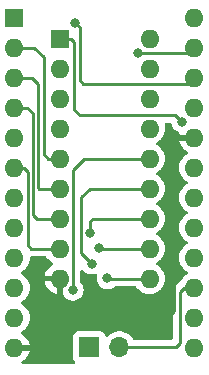
<source format=gbr>
%TF.GenerationSoftware,KiCad,Pcbnew,7.0.6*%
%TF.CreationDate,2023-09-03T23:35:14+01:00*%
%TF.ProjectId,TRSG3JPMod,54525347-334a-4504-9d6f-642e6b696361,rev?*%
%TF.SameCoordinates,Original*%
%TF.FileFunction,Copper,L2,Bot*%
%TF.FilePolarity,Positive*%
%FSLAX46Y46*%
G04 Gerber Fmt 4.6, Leading zero omitted, Abs format (unit mm)*
G04 Created by KiCad (PCBNEW 7.0.6) date 2023-09-03 23:35:14*
%MOMM*%
%LPD*%
G01*
G04 APERTURE LIST*
%TA.AperFunction,ComponentPad*%
%ADD10O,1.600000X1.600000*%
%TD*%
%TA.AperFunction,ComponentPad*%
%ADD11R,1.600000X1.600000*%
%TD*%
%TA.AperFunction,ComponentPad*%
%ADD12R,1.700000X1.700000*%
%TD*%
%TA.AperFunction,ComponentPad*%
%ADD13O,1.700000X1.700000*%
%TD*%
%TA.AperFunction,ViaPad*%
%ADD14C,0.800000*%
%TD*%
%TA.AperFunction,Conductor*%
%ADD15C,0.250000*%
%TD*%
%TA.AperFunction,Conductor*%
%ADD16C,0.381000*%
%TD*%
G04 APERTURE END LIST*
D10*
%TO.P,J1,18,Pin_18*%
%TO.N,+5V*%
X119420000Y-58485000D03*
%TO.P,J1,17,Pin_17*%
%TO.N,CSA*%
X119420000Y-61025000D03*
%TO.P,J1,16,Pin_16*%
%TO.N,/O4*%
X119420000Y-63565000D03*
%TO.P,J1,15,Pin_15*%
%TO.N,/O3*%
X119420000Y-66105000D03*
%TO.P,J1,14,Pin_14*%
%TO.N,/O2*%
X119420000Y-68645000D03*
%TO.P,J1,13,Pin_13*%
%TO.N,/O1*%
X119420000Y-71185000D03*
%TO.P,J1,12,Pin_12*%
%TO.N,/O0*%
X119420000Y-73725000D03*
%TO.P,J1,11,Pin_11*%
%TO.N,RS1*%
X119420000Y-76265000D03*
%TO.P,J1,10,Pin_10*%
%TO.N,RS2*%
X119420000Y-78805000D03*
%TO.P,J1,9,Pin_9*%
%TO.N,GND*%
X111800000Y-78805000D03*
%TO.P,J1,8,Pin_8*%
%TO.N,RS3*%
X111800000Y-76265000D03*
%TO.P,J1,7,Pin_7*%
%TO.N,/I0*%
X111800000Y-73725000D03*
%TO.P,J1,6,Pin_6*%
%TO.N,/I1*%
X111800000Y-71185000D03*
%TO.P,J1,5,Pin_5*%
%TO.N,/I2*%
X111800000Y-68645000D03*
%TO.P,J1,4,Pin_4*%
%TO.N,/I3*%
X111800000Y-66105000D03*
%TO.P,J1,3,Pin_3*%
%TO.N,/I4*%
X111800000Y-63565000D03*
%TO.P,J1,2,Pin_2*%
%TO.N,/I5*%
X111800000Y-61025000D03*
D11*
%TO.P,J1,1,Pin_1*%
%TO.N,/I6*%
X111800000Y-58485000D03*
%TD*%
D12*
%TO.P,J2,1,Pin_1*%
%TO.N,Z12p11*%
X114325000Y-84625000D03*
D13*
%TO.P,J2,2,Pin_2*%
%TO.N,Z10p14*%
X116865000Y-84625000D03*
%TD*%
D11*
%TO.P,U1,1,A7*%
%TO.N,/I3*%
X107975000Y-56725000D03*
D10*
%TO.P,U1,2,A6*%
%TO.N,/I2*%
X107975000Y-59265000D03*
%TO.P,U1,3,A5*%
%TO.N,/I1*%
X107975000Y-61805000D03*
%TO.P,U1,4,A4*%
%TO.N,/I0*%
X107975000Y-64345000D03*
%TO.P,U1,5,A3*%
%TO.N,Z12p11*%
X107975000Y-66885000D03*
%TO.P,U1,6,A2*%
%TO.N,RS3*%
X107975000Y-69425000D03*
%TO.P,U1,7,A1*%
%TO.N,RS2*%
X107975000Y-71965000D03*
%TO.P,U1,8,A0*%
%TO.N,RS1*%
X107975000Y-74505000D03*
%TO.P,U1,9,D0*%
%TO.N,/O0*%
X107975000Y-77045000D03*
%TO.P,U1,10,D1*%
%TO.N,/O1*%
X107975000Y-79585000D03*
%TO.P,U1,11,D2*%
%TO.N,/O2*%
X107975000Y-82125000D03*
%TO.P,U1,12,GND*%
%TO.N,GND*%
X107975000Y-84665000D03*
%TO.P,U1,13,D3*%
%TO.N,/O3*%
X123215000Y-84665000D03*
%TO.P,U1,14,D4*%
%TO.N,/O4*%
X123215000Y-82125000D03*
%TO.P,U1,15,D5*%
%TO.N,Z10p14*%
X123215000Y-79585000D03*
%TO.P,U1,16,D6*%
%TO.N,unconnected-(U1-D6-Pad16)*%
X123215000Y-77045000D03*
%TO.P,U1,17,D7*%
%TO.N,unconnected-(U1-D7-Pad17)*%
X123215000Y-74505000D03*
%TO.P,U1,18,A11*%
%TO.N,CSA*%
X123215000Y-71965000D03*
%TO.P,U1,19,A10*%
%TO.N,/I6*%
X123215000Y-69425000D03*
%TO.P,U1,20,~{OE}*%
%TO.N,GND*%
X123215000Y-66885000D03*
%TO.P,U1,21,VPP*%
%TO.N,+5V*%
X123215000Y-64345000D03*
%TO.P,U1,22,A9*%
%TO.N,/I5*%
X123215000Y-61805000D03*
%TO.P,U1,23,A8*%
%TO.N,/I4*%
X123215000Y-59265000D03*
%TO.P,U1,24,VCC*%
%TO.N,+5V*%
X123215000Y-56725000D03*
%TD*%
D14*
%TO.N,/I4*%
X118450000Y-59750000D03*
%TO.N,/I5*%
X113125000Y-57150000D03*
%TO.N,/I6*%
X122169500Y-65550000D03*
%TO.N,RS2*%
X115850000Y-78800000D03*
%TO.N,RS1*%
X115150000Y-76250000D03*
%TO.N,/O0*%
X114374000Y-74975000D03*
%TO.N,/O1*%
X114525000Y-77550000D03*
%TO.N,/O2*%
X112925000Y-79775000D03*
%TD*%
D15*
%TO.N,/O1*%
X114365000Y-71185000D02*
X119420000Y-71185000D01*
X113649500Y-71900500D02*
X114365000Y-71185000D01*
X114525000Y-77550000D02*
X113649500Y-76674500D01*
X113649500Y-76674500D02*
X113649500Y-71900500D01*
%TO.N,/I5*%
X122695000Y-62325000D02*
X123215000Y-61805000D01*
X113500000Y-57525000D02*
X113500000Y-62025000D01*
X113800000Y-62325000D02*
X122695000Y-62325000D01*
X113125000Y-57150000D02*
X113500000Y-57525000D01*
X113500000Y-62025000D02*
X113800000Y-62325000D01*
%TO.N,GND*%
X121490000Y-81535000D02*
X120725000Y-82300000D01*
X121490000Y-67235000D02*
X121490000Y-81535000D01*
X121840000Y-66885000D02*
X121490000Y-67235000D01*
X120725000Y-82300000D02*
X111800000Y-82300000D01*
X123215000Y-66885000D02*
X121840000Y-66885000D01*
D16*
X111800000Y-84425000D02*
X111800000Y-82300000D01*
X111800000Y-82300000D02*
X111800000Y-78805000D01*
D15*
%TO.N,/I4*%
X122600000Y-59750000D02*
X118450000Y-59750000D01*
X123085000Y-59265000D02*
X122600000Y-59750000D01*
X123215000Y-59265000D02*
X123085000Y-59265000D01*
%TO.N,/I6*%
X112760000Y-58485000D02*
X111800000Y-58485000D01*
X113530000Y-64980000D02*
X113050000Y-64500000D01*
X113050000Y-64500000D02*
X113050000Y-58775000D01*
X121599500Y-64980000D02*
X113530000Y-64980000D01*
X113050000Y-58775000D02*
X112760000Y-58485000D01*
X122169500Y-65550000D02*
X121599500Y-64980000D01*
%TO.N,Z10p14*%
X122000000Y-79950000D02*
X122000000Y-84275000D01*
X122365000Y-79585000D02*
X122000000Y-79950000D01*
X123215000Y-79585000D02*
X122365000Y-79585000D01*
X122000000Y-84275000D02*
X121650000Y-84625000D01*
X121650000Y-84625000D02*
X116865000Y-84625000D01*
%TO.N,/I2*%
X110820000Y-68645000D02*
X111800000Y-68645000D01*
X110450000Y-68275000D02*
X110820000Y-68645000D01*
X110450000Y-60075000D02*
X110450000Y-68275000D01*
X109640000Y-59265000D02*
X110450000Y-60075000D01*
X107975000Y-59265000D02*
X109640000Y-59265000D01*
%TO.N,/I1*%
X110000000Y-62350000D02*
X110000000Y-71100000D01*
X110000000Y-71100000D02*
X110085000Y-71185000D01*
X109455000Y-61805000D02*
X110000000Y-62350000D01*
X107975000Y-61805000D02*
X109455000Y-61805000D01*
X110085000Y-71185000D02*
X111800000Y-71185000D01*
%TO.N,/I0*%
X109550000Y-64825000D02*
X109070000Y-64345000D01*
X109875000Y-73725000D02*
X109550000Y-73400000D01*
X109550000Y-73400000D02*
X109550000Y-64825000D01*
X109070000Y-64345000D02*
X107975000Y-64345000D01*
X111800000Y-73725000D02*
X109875000Y-73725000D01*
%TO.N,RS3*%
X109365000Y-76265000D02*
X111800000Y-76265000D01*
X109100000Y-76000000D02*
X109365000Y-76265000D01*
X109100000Y-69775000D02*
X109100000Y-76000000D01*
X108750000Y-69425000D02*
X109100000Y-69775000D01*
X107975000Y-69425000D02*
X108750000Y-69425000D01*
%TO.N,RS2*%
X115855000Y-78805000D02*
X119420000Y-78805000D01*
X115850000Y-78800000D02*
X115855000Y-78805000D01*
%TO.N,RS1*%
X115165000Y-76265000D02*
X119420000Y-76265000D01*
X115150000Y-76250000D02*
X115165000Y-76265000D01*
%TO.N,/O0*%
X114374000Y-73951000D02*
X114600000Y-73725000D01*
X114600000Y-73725000D02*
X119420000Y-73725000D01*
X114374000Y-74975000D02*
X114374000Y-73951000D01*
%TO.N,/O2*%
X112925000Y-69600000D02*
X113880000Y-68645000D01*
X112925000Y-79775000D02*
X112925000Y-69600000D01*
X113880000Y-68645000D02*
X119420000Y-68645000D01*
D16*
%TO.N,GND*%
X111560000Y-84665000D02*
X111800000Y-84425000D01*
X107975000Y-84665000D02*
X111560000Y-84665000D01*
%TD*%
%TA.AperFunction,Conductor*%
%TO.N,GND*%
G36*
X121218059Y-65633185D02*
G01*
X121263814Y-65685989D01*
X121274339Y-65724533D01*
X121275958Y-65739928D01*
X121275959Y-65739931D01*
X121334970Y-65921549D01*
X121334973Y-65921556D01*
X121430460Y-66086944D01*
X121558247Y-66228866D01*
X121712748Y-66341118D01*
X121885921Y-66418219D01*
X121939159Y-66463470D01*
X121959480Y-66530319D01*
X121955261Y-66563591D01*
X121936127Y-66634999D01*
X121936128Y-66635000D01*
X122899314Y-66635000D01*
X122887359Y-66646955D01*
X122829835Y-66759852D01*
X122810014Y-66885000D01*
X122829835Y-67010148D01*
X122887359Y-67123045D01*
X122899314Y-67135000D01*
X121936128Y-67135000D01*
X121988730Y-67331317D01*
X121988734Y-67331326D01*
X122084865Y-67537482D01*
X122215342Y-67723820D01*
X122376179Y-67884657D01*
X122562517Y-68015133D01*
X122611399Y-68037927D01*
X122663839Y-68084099D01*
X122682992Y-68151292D01*
X122662777Y-68218174D01*
X122611402Y-68262691D01*
X122558256Y-68287474D01*
X122558252Y-68287476D01*
X122517946Y-68315699D01*
X122370700Y-68418802D01*
X122370698Y-68418803D01*
X122370695Y-68418806D01*
X122208806Y-68580695D01*
X122077476Y-68768252D01*
X122077475Y-68768254D01*
X121980718Y-68975750D01*
X121980714Y-68975761D01*
X121921457Y-69196910D01*
X121921456Y-69196918D01*
X121901502Y-69424998D01*
X121901502Y-69425001D01*
X121921456Y-69653081D01*
X121921457Y-69653089D01*
X121980714Y-69874238D01*
X121980718Y-69874249D01*
X122052125Y-70027382D01*
X122077477Y-70081749D01*
X122208802Y-70269300D01*
X122370700Y-70431198D01*
X122509310Y-70528254D01*
X122558251Y-70562523D01*
X122601345Y-70582618D01*
X122653784Y-70628791D01*
X122672936Y-70695984D01*
X122652720Y-70762865D01*
X122601345Y-70807382D01*
X122558251Y-70827476D01*
X122436949Y-70912414D01*
X122370700Y-70958802D01*
X122370698Y-70958803D01*
X122370695Y-70958806D01*
X122208806Y-71120695D01*
X122077476Y-71308252D01*
X122077475Y-71308254D01*
X121980718Y-71515750D01*
X121980714Y-71515761D01*
X121921457Y-71736910D01*
X121921456Y-71736918D01*
X121901502Y-71964998D01*
X121901502Y-71965001D01*
X121921456Y-72193081D01*
X121921457Y-72193089D01*
X121980714Y-72414238D01*
X121980718Y-72414249D01*
X122052125Y-72567382D01*
X122077477Y-72621749D01*
X122208802Y-72809300D01*
X122370700Y-72971198D01*
X122509310Y-73068254D01*
X122558251Y-73102523D01*
X122601345Y-73122618D01*
X122653784Y-73168791D01*
X122672936Y-73235984D01*
X122652720Y-73302865D01*
X122601345Y-73347382D01*
X122558251Y-73367476D01*
X122433126Y-73455090D01*
X122370700Y-73498802D01*
X122370698Y-73498803D01*
X122370695Y-73498806D01*
X122208806Y-73660695D01*
X122077476Y-73848252D01*
X122077475Y-73848254D01*
X121980718Y-74055750D01*
X121980714Y-74055761D01*
X121921457Y-74276910D01*
X121921456Y-74276918D01*
X121901502Y-74504998D01*
X121901502Y-74505001D01*
X121921456Y-74733081D01*
X121921457Y-74733089D01*
X121980714Y-74954238D01*
X121980718Y-74954249D01*
X122052125Y-75107382D01*
X122077477Y-75161749D01*
X122208802Y-75349300D01*
X122370700Y-75511198D01*
X122509310Y-75608254D01*
X122558251Y-75642523D01*
X122601345Y-75662618D01*
X122653784Y-75708791D01*
X122672936Y-75775984D01*
X122652720Y-75842865D01*
X122601345Y-75887382D01*
X122558251Y-75907476D01*
X122433126Y-75995090D01*
X122370700Y-76038802D01*
X122370698Y-76038803D01*
X122370695Y-76038806D01*
X122208806Y-76200695D01*
X122077476Y-76388252D01*
X122077475Y-76388254D01*
X121980718Y-76595750D01*
X121980714Y-76595761D01*
X121921457Y-76816910D01*
X121921456Y-76816918D01*
X121901502Y-77044998D01*
X121901502Y-77045001D01*
X121921456Y-77273081D01*
X121921457Y-77273089D01*
X121980714Y-77494238D01*
X121980718Y-77494249D01*
X122033553Y-77607554D01*
X122077477Y-77701749D01*
X122208802Y-77889300D01*
X122370700Y-78051198D01*
X122519664Y-78155504D01*
X122558251Y-78182523D01*
X122601345Y-78202618D01*
X122653784Y-78248791D01*
X122672936Y-78315984D01*
X122652720Y-78382865D01*
X122601345Y-78427382D01*
X122558251Y-78447476D01*
X122463239Y-78514005D01*
X122370700Y-78578802D01*
X122370698Y-78578803D01*
X122370695Y-78578806D01*
X122208806Y-78740695D01*
X122077475Y-78928253D01*
X122035237Y-79018833D01*
X121989064Y-79071272D01*
X121985981Y-79073157D01*
X121973638Y-79080456D01*
X121959202Y-79094893D01*
X121944410Y-79107527D01*
X121927892Y-79119527D01*
X121897782Y-79155923D01*
X121893850Y-79160244D01*
X121611180Y-79442913D01*
X121598821Y-79452816D01*
X121598994Y-79453025D01*
X121592985Y-79457996D01*
X121545015Y-79509079D01*
X121523872Y-79530222D01*
X121523857Y-79530239D01*
X121519531Y-79535814D01*
X121515747Y-79540244D01*
X121483419Y-79574671D01*
X121483412Y-79574681D01*
X121473579Y-79592567D01*
X121462903Y-79608820D01*
X121450386Y-79624957D01*
X121450385Y-79624959D01*
X121431625Y-79668310D01*
X121429055Y-79673556D01*
X121406303Y-79714941D01*
X121406303Y-79714942D01*
X121401225Y-79734720D01*
X121394925Y-79753122D01*
X121386818Y-79771857D01*
X121379431Y-79818495D01*
X121378246Y-79824216D01*
X121366500Y-79869965D01*
X121366500Y-79890384D01*
X121364973Y-79909783D01*
X121361780Y-79929941D01*
X121361779Y-79929944D01*
X121366224Y-79976968D01*
X121366499Y-79982804D01*
X121366500Y-83867500D01*
X121346815Y-83934539D01*
X121294011Y-83980294D01*
X121242500Y-83991500D01*
X118140956Y-83991500D01*
X118073917Y-83971815D01*
X118037148Y-83935322D01*
X117940723Y-83787734D01*
X117940715Y-83787723D01*
X117788243Y-83622097D01*
X117788238Y-83622092D01*
X117640860Y-83507382D01*
X117610576Y-83483811D01*
X117610575Y-83483810D01*
X117610572Y-83483808D01*
X117412580Y-83376661D01*
X117412577Y-83376659D01*
X117412574Y-83376658D01*
X117412571Y-83376657D01*
X117412569Y-83376656D01*
X117199637Y-83303556D01*
X116977569Y-83266500D01*
X116752431Y-83266500D01*
X116530362Y-83303556D01*
X116317430Y-83376656D01*
X116317419Y-83376661D01*
X116119427Y-83483808D01*
X116119422Y-83483812D01*
X115941761Y-83622092D01*
X115878548Y-83690760D01*
X115818661Y-83726750D01*
X115748823Y-83724649D01*
X115691207Y-83685124D01*
X115671138Y-83650110D01*
X115625889Y-83528796D01*
X115613369Y-83512071D01*
X115538261Y-83411739D01*
X115421204Y-83324111D01*
X115421204Y-83324110D01*
X115284203Y-83273011D01*
X115223654Y-83266500D01*
X115223638Y-83266500D01*
X113426362Y-83266500D01*
X113426345Y-83266500D01*
X113365797Y-83273011D01*
X113365795Y-83273011D01*
X113228795Y-83324111D01*
X113111739Y-83411739D01*
X113024111Y-83528795D01*
X112973011Y-83665795D01*
X112973011Y-83665797D01*
X112966500Y-83726345D01*
X112966499Y-83726362D01*
X112966499Y-85523637D01*
X112966500Y-85523654D01*
X112973011Y-85584202D01*
X112973011Y-85584204D01*
X113006430Y-85673801D01*
X113024111Y-85721204D01*
X113102704Y-85826191D01*
X113127120Y-85891653D01*
X113112269Y-85959926D01*
X113062864Y-86009332D01*
X113003436Y-86024500D01*
X108692984Y-86024500D01*
X108625945Y-86004815D01*
X108580190Y-85952011D01*
X108570246Y-85882853D01*
X108599271Y-85819297D01*
X108623680Y-85799141D01*
X108623048Y-85798239D01*
X108813820Y-85664657D01*
X108974657Y-85503820D01*
X109105134Y-85317482D01*
X109201265Y-85111326D01*
X109201269Y-85111317D01*
X109253872Y-84915000D01*
X108290686Y-84915000D01*
X108302641Y-84903045D01*
X108360165Y-84790148D01*
X108379986Y-84665000D01*
X108360165Y-84539852D01*
X108302641Y-84426955D01*
X108290686Y-84415000D01*
X109253872Y-84415000D01*
X109253872Y-84414999D01*
X109201269Y-84218682D01*
X109201265Y-84218673D01*
X109105134Y-84012517D01*
X108974657Y-83826179D01*
X108813820Y-83665342D01*
X108627481Y-83534865D01*
X108627479Y-83534864D01*
X108578599Y-83512071D01*
X108526159Y-83465899D01*
X108507007Y-83398706D01*
X108527223Y-83331824D01*
X108578599Y-83287307D01*
X108631749Y-83262523D01*
X108819300Y-83131198D01*
X108981198Y-82969300D01*
X109112523Y-82781749D01*
X109209284Y-82574243D01*
X109268543Y-82353087D01*
X109288498Y-82125000D01*
X109268543Y-81896913D01*
X109209284Y-81675757D01*
X109112523Y-81468251D01*
X108981198Y-81280700D01*
X108819300Y-81118802D01*
X108631749Y-80987477D01*
X108588655Y-80967382D01*
X108536215Y-80921210D01*
X108517063Y-80854017D01*
X108537278Y-80787136D01*
X108588655Y-80742618D01*
X108591882Y-80741112D01*
X108631749Y-80722523D01*
X108819300Y-80591198D01*
X108981198Y-80429300D01*
X109112523Y-80241749D01*
X109209284Y-80034243D01*
X109268543Y-79813087D01*
X109288498Y-79585000D01*
X109268543Y-79356913D01*
X109209284Y-79135757D01*
X109201716Y-79119528D01*
X109161409Y-79033089D01*
X109112523Y-78928251D01*
X108981198Y-78740700D01*
X108819300Y-78578802D01*
X108631749Y-78447477D01*
X108588655Y-78427382D01*
X108536215Y-78381210D01*
X108517063Y-78314017D01*
X108537278Y-78247136D01*
X108588655Y-78202618D01*
X108591882Y-78201112D01*
X108631749Y-78182523D01*
X108819300Y-78051198D01*
X108981198Y-77889300D01*
X109112523Y-77701749D01*
X109209284Y-77494243D01*
X109268543Y-77273087D01*
X109288498Y-77045000D01*
X109287475Y-77033308D01*
X109301241Y-76964808D01*
X109349856Y-76914625D01*
X109411003Y-76898500D01*
X110581648Y-76898500D01*
X110648687Y-76918185D01*
X110683220Y-76951373D01*
X110793802Y-77109300D01*
X110955700Y-77271198D01*
X111143251Y-77402523D01*
X111196401Y-77427307D01*
X111248840Y-77473479D01*
X111267992Y-77540673D01*
X111247776Y-77607554D01*
X111196401Y-77652071D01*
X111147517Y-77674865D01*
X110961179Y-77805342D01*
X110800342Y-77966179D01*
X110669865Y-78152517D01*
X110573734Y-78358673D01*
X110573730Y-78358682D01*
X110521127Y-78554999D01*
X110521128Y-78555000D01*
X111484314Y-78555000D01*
X111472359Y-78566955D01*
X111414835Y-78679852D01*
X111395014Y-78805000D01*
X111414835Y-78930148D01*
X111472359Y-79043045D01*
X111484314Y-79055000D01*
X110521128Y-79055000D01*
X110573730Y-79251317D01*
X110573734Y-79251326D01*
X110669865Y-79457482D01*
X110800342Y-79643820D01*
X110961179Y-79804657D01*
X111147517Y-79935134D01*
X111353673Y-80031265D01*
X111353682Y-80031269D01*
X111549999Y-80083872D01*
X111550000Y-80083871D01*
X111549999Y-79120685D01*
X111561955Y-79132641D01*
X111674852Y-79190165D01*
X111768519Y-79205000D01*
X111831481Y-79205000D01*
X111925148Y-79190165D01*
X112038045Y-79132641D01*
X112050000Y-79120686D01*
X112050000Y-79508366D01*
X112043931Y-79546684D01*
X112034838Y-79574671D01*
X112031458Y-79585072D01*
X112011827Y-79771855D01*
X112011496Y-79775000D01*
X112028326Y-79935134D01*
X112031458Y-79964928D01*
X112043931Y-80003317D01*
X112050000Y-80041633D01*
X112050000Y-80086139D01*
X112087438Y-80137409D01*
X112088678Y-80141034D01*
X112090470Y-80146549D01*
X112090473Y-80146556D01*
X112185960Y-80311944D01*
X112313747Y-80453866D01*
X112468248Y-80566118D01*
X112642712Y-80643794D01*
X112829513Y-80683500D01*
X113020487Y-80683500D01*
X113207288Y-80643794D01*
X113381752Y-80566118D01*
X113536253Y-80453866D01*
X113664040Y-80311944D01*
X113759527Y-80146556D01*
X113818542Y-79964928D01*
X113838504Y-79775000D01*
X113818542Y-79585072D01*
X113759527Y-79403444D01*
X113664040Y-79238056D01*
X113590348Y-79156213D01*
X113560119Y-79093223D01*
X113558499Y-79073242D01*
X113558499Y-78314017D01*
X113558499Y-78155501D01*
X113578184Y-78088465D01*
X113630988Y-78042710D01*
X113700146Y-78032766D01*
X113763702Y-78061791D01*
X113782814Y-78082615D01*
X113785956Y-78086940D01*
X113890113Y-78202618D01*
X113913747Y-78228866D01*
X114068248Y-78341118D01*
X114242712Y-78418794D01*
X114429513Y-78458500D01*
X114620487Y-78458500D01*
X114807284Y-78418795D01*
X114807285Y-78418794D01*
X114807288Y-78418794D01*
X114807290Y-78418792D01*
X114812087Y-78417234D01*
X114881928Y-78415232D01*
X114941764Y-78451307D01*
X114972598Y-78514005D01*
X114968348Y-78573477D01*
X114963515Y-78588353D01*
X114956458Y-78610072D01*
X114936496Y-78800000D01*
X114956458Y-78989928D01*
X114956459Y-78989931D01*
X115015470Y-79171549D01*
X115015473Y-79171556D01*
X115110960Y-79336944D01*
X115202401Y-79438500D01*
X115215291Y-79452816D01*
X115238747Y-79478866D01*
X115393248Y-79591118D01*
X115567712Y-79668794D01*
X115754513Y-79708500D01*
X115945487Y-79708500D01*
X116132288Y-79668794D01*
X116306752Y-79591118D01*
X116461253Y-79478866D01*
X116461256Y-79478863D01*
X116466082Y-79474518D01*
X116467047Y-79475589D01*
X116520146Y-79442879D01*
X116552807Y-79438500D01*
X118201648Y-79438500D01*
X118268687Y-79458185D01*
X118303220Y-79491373D01*
X118413802Y-79649300D01*
X118575700Y-79811198D01*
X118763251Y-79942523D01*
X118888091Y-80000736D01*
X118970750Y-80039281D01*
X118970752Y-80039281D01*
X118970757Y-80039284D01*
X119191913Y-80098543D01*
X119354832Y-80112796D01*
X119419998Y-80118498D01*
X119420000Y-80118498D01*
X119420002Y-80118498D01*
X119477021Y-80113509D01*
X119648087Y-80098543D01*
X119869243Y-80039284D01*
X120076749Y-79942523D01*
X120264300Y-79811198D01*
X120426198Y-79649300D01*
X120557523Y-79461749D01*
X120654284Y-79254243D01*
X120713543Y-79033087D01*
X120733498Y-78805000D01*
X120713543Y-78576913D01*
X120654284Y-78355757D01*
X120651933Y-78350716D01*
X120604405Y-78248791D01*
X120557523Y-78148251D01*
X120426198Y-77960700D01*
X120264300Y-77798802D01*
X120076749Y-77667477D01*
X120033655Y-77647382D01*
X119981215Y-77601210D01*
X119962063Y-77534017D01*
X119982278Y-77467136D01*
X120033655Y-77422618D01*
X120036882Y-77421112D01*
X120076749Y-77402523D01*
X120264300Y-77271198D01*
X120426198Y-77109300D01*
X120557523Y-76921749D01*
X120654284Y-76714243D01*
X120713543Y-76493087D01*
X120733498Y-76265000D01*
X120713543Y-76036913D01*
X120654284Y-75815757D01*
X120651933Y-75810716D01*
X120604405Y-75708791D01*
X120557523Y-75608251D01*
X120426198Y-75420700D01*
X120264300Y-75258802D01*
X120076749Y-75127477D01*
X120033655Y-75107382D01*
X119981215Y-75061210D01*
X119962063Y-74994017D01*
X119982278Y-74927136D01*
X120033655Y-74882618D01*
X120036882Y-74881112D01*
X120076749Y-74862523D01*
X120264300Y-74731198D01*
X120426198Y-74569300D01*
X120557523Y-74381749D01*
X120654284Y-74174243D01*
X120713543Y-73953087D01*
X120733498Y-73725000D01*
X120713543Y-73496913D01*
X120654284Y-73275757D01*
X120651933Y-73270716D01*
X120604405Y-73168791D01*
X120557523Y-73068251D01*
X120426198Y-72880700D01*
X120264300Y-72718802D01*
X120076749Y-72587477D01*
X120033655Y-72567382D01*
X119981215Y-72521210D01*
X119962063Y-72454017D01*
X119982278Y-72387136D01*
X120033655Y-72342618D01*
X120036882Y-72341112D01*
X120076749Y-72322523D01*
X120264300Y-72191198D01*
X120426198Y-72029300D01*
X120557523Y-71841749D01*
X120654284Y-71634243D01*
X120713543Y-71413087D01*
X120733498Y-71185000D01*
X120713543Y-70956913D01*
X120654284Y-70735757D01*
X120651933Y-70730716D01*
X120604405Y-70628791D01*
X120557523Y-70528251D01*
X120426198Y-70340700D01*
X120264300Y-70178802D01*
X120076749Y-70047477D01*
X120033655Y-70027382D01*
X119981215Y-69981210D01*
X119962063Y-69914017D01*
X119982278Y-69847136D01*
X120033655Y-69802618D01*
X120036882Y-69801112D01*
X120076749Y-69782523D01*
X120264300Y-69651198D01*
X120426198Y-69489300D01*
X120557523Y-69301749D01*
X120654284Y-69094243D01*
X120713543Y-68873087D01*
X120733498Y-68645000D01*
X120713543Y-68416913D01*
X120654284Y-68195757D01*
X120651933Y-68190716D01*
X120604405Y-68088791D01*
X120557523Y-67988251D01*
X120426198Y-67800700D01*
X120264300Y-67638802D01*
X120076749Y-67507477D01*
X120033655Y-67487382D01*
X119981215Y-67441210D01*
X119962063Y-67374017D01*
X119982278Y-67307136D01*
X120033655Y-67262618D01*
X120036882Y-67261112D01*
X120076749Y-67242523D01*
X120264300Y-67111198D01*
X120426198Y-66949300D01*
X120557523Y-66761749D01*
X120654284Y-66554243D01*
X120713543Y-66333087D01*
X120733498Y-66105000D01*
X120713543Y-65876913D01*
X120684786Y-65769591D01*
X120686449Y-65699744D01*
X120725611Y-65641882D01*
X120789839Y-65614377D01*
X120804561Y-65613500D01*
X121151020Y-65613500D01*
X121218059Y-65633185D01*
G37*
%TD.AperFunction*%
%TD*%
M02*

</source>
